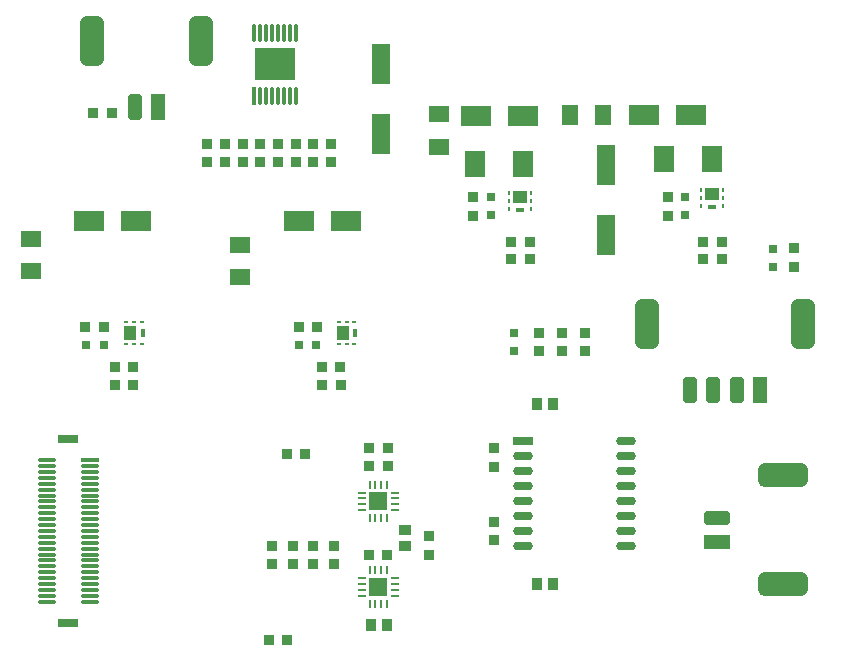
<source format=gtp>
G04*
G04 #@! TF.GenerationSoftware,Altium Limited,Altium Designer,18.1.6 (161)*
G04*
G04 Layer_Color=8421504*
%FSLAX25Y25*%
%MOIN*%
G70*
G01*
G75*
%ADD16R,0.09843X0.06693*%
%ADD17R,0.03347X0.03347*%
%ADD18R,0.03347X0.03347*%
%ADD19R,0.03937X0.03543*%
%ADD20R,0.02953X0.00984*%
%ADD21R,0.00984X0.02953*%
%ADD22R,0.06496X0.06496*%
%ADD23R,0.01378X0.05906*%
G04:AMPARAMS|DCode=24|XSize=13.78mil|YSize=59.06mil|CornerRadius=3.45mil|HoleSize=0mil|Usage=FLASHONLY|Rotation=180.000|XOffset=0mil|YOffset=0mil|HoleType=Round|Shape=RoundedRectangle|*
%AMROUNDEDRECTD24*
21,1,0.01378,0.05217,0,0,180.0*
21,1,0.00689,0.05906,0,0,180.0*
1,1,0.00689,-0.00345,0.02608*
1,1,0.00689,0.00345,0.02608*
1,1,0.00689,0.00345,-0.02608*
1,1,0.00689,-0.00345,-0.02608*
%
%ADD24ROUNDEDRECTD24*%
%ADD25R,0.13780X0.11024*%
%ADD26R,0.03150X0.03150*%
G04:AMPARAMS|DCode=27|XSize=78.74mil|YSize=165.35mil|CornerRadius=19.68mil|HoleSize=0mil|Usage=FLASHONLY|Rotation=90.000|XOffset=0mil|YOffset=0mil|HoleType=Round|Shape=RoundedRectangle|*
%AMROUNDEDRECTD27*
21,1,0.07874,0.12598,0,0,90.0*
21,1,0.03937,0.16535,0,0,90.0*
1,1,0.03937,0.06299,0.01968*
1,1,0.03937,0.06299,-0.01968*
1,1,0.03937,-0.06299,-0.01968*
1,1,0.03937,-0.06299,0.01968*
%
%ADD27ROUNDEDRECTD27*%
%ADD28R,0.08661X0.04724*%
G04:AMPARAMS|DCode=29|XSize=47.24mil|YSize=86.61mil|CornerRadius=11.81mil|HoleSize=0mil|Usage=FLASHONLY|Rotation=90.000|XOffset=0mil|YOffset=0mil|HoleType=Round|Shape=RoundedRectangle|*
%AMROUNDEDRECTD29*
21,1,0.04724,0.06299,0,0,90.0*
21,1,0.02362,0.08661,0,0,90.0*
1,1,0.02362,0.03150,0.01181*
1,1,0.02362,0.03150,-0.01181*
1,1,0.02362,-0.03150,-0.01181*
1,1,0.02362,-0.03150,0.01181*
%
%ADD29ROUNDEDRECTD29*%
%ADD30R,0.03543X0.03937*%
%ADD31R,0.07087X0.05512*%
%ADD32R,0.07087X0.03150*%
%ADD33R,0.06299X0.01181*%
%ADD34O,0.06299X0.01181*%
G04:AMPARAMS|DCode=35|XSize=78.74mil|YSize=165.35mil|CornerRadius=19.68mil|HoleSize=0mil|Usage=FLASHONLY|Rotation=180.000|XOffset=0mil|YOffset=0mil|HoleType=Round|Shape=RoundedRectangle|*
%AMROUNDEDRECTD35*
21,1,0.07874,0.12598,0,0,180.0*
21,1,0.03937,0.16535,0,0,180.0*
1,1,0.03937,-0.01968,0.06299*
1,1,0.03937,0.01968,0.06299*
1,1,0.03937,0.01968,-0.06299*
1,1,0.03937,-0.01968,-0.06299*
%
%ADD35ROUNDEDRECTD35*%
%ADD36R,0.04724X0.08661*%
G04:AMPARAMS|DCode=37|XSize=47.24mil|YSize=86.61mil|CornerRadius=11.81mil|HoleSize=0mil|Usage=FLASHONLY|Rotation=180.000|XOffset=0mil|YOffset=0mil|HoleType=Round|Shape=RoundedRectangle|*
%AMROUNDEDRECTD37*
21,1,0.04724,0.06299,0,0,180.0*
21,1,0.02362,0.08661,0,0,180.0*
1,1,0.02362,-0.01181,0.03150*
1,1,0.02362,0.01181,0.03150*
1,1,0.02362,0.01181,-0.03150*
1,1,0.02362,-0.01181,-0.03150*
%
%ADD37ROUNDEDRECTD37*%
%ADD38O,0.06693X0.02992*%
%ADD39R,0.06693X0.02992*%
%ADD40R,0.06102X0.13583*%
%ADD41R,0.05512X0.07087*%
%ADD42R,0.04724X0.03937*%
%ADD43R,0.00984X0.01575*%
%ADD44R,0.03110X0.01181*%
%ADD45R,0.03150X0.03150*%
%ADD46R,0.03937X0.04724*%
%ADD47R,0.01575X0.00984*%
%ADD48R,0.01181X0.03110*%
%ADD49R,0.07000X0.08500*%
D16*
X88583Y152559D02*
D03*
X104331D02*
D03*
X18701D02*
D03*
X34449D02*
D03*
X219488Y187992D02*
D03*
X203740D02*
D03*
X163386Y187598D02*
D03*
X147638D02*
D03*
D17*
X78543Y12795D02*
D03*
X84646D02*
D03*
X118209Y76772D02*
D03*
X112106D02*
D03*
X118209Y70866D02*
D03*
X112106D02*
D03*
X112008Y41339D02*
D03*
X118110D02*
D03*
X20138Y188682D02*
D03*
X26241D02*
D03*
X165551Y145669D02*
D03*
X159449D02*
D03*
Y139764D02*
D03*
X165551D02*
D03*
X229528Y145669D02*
D03*
X223425D02*
D03*
Y139764D02*
D03*
X229528D02*
D03*
X27362Y103858D02*
D03*
X33465D02*
D03*
Y97953D02*
D03*
X27362D02*
D03*
X102559D02*
D03*
X96457D02*
D03*
X96260Y103858D02*
D03*
X102362D02*
D03*
X94685Y117126D02*
D03*
X88583D02*
D03*
X23622D02*
D03*
X17520D02*
D03*
X84646Y74803D02*
D03*
X90748D02*
D03*
D18*
X131890Y41339D02*
D03*
Y47441D02*
D03*
X100394Y44291D02*
D03*
Y38189D02*
D03*
X93504D02*
D03*
Y44291D02*
D03*
X86614Y38189D02*
D03*
Y44291D02*
D03*
X79724D02*
D03*
Y38189D02*
D03*
X253544Y143459D02*
D03*
Y137357D02*
D03*
X153543Y52264D02*
D03*
Y46161D02*
D03*
Y76772D02*
D03*
Y70669D02*
D03*
X184055Y115157D02*
D03*
Y109055D02*
D03*
X176453D02*
D03*
Y115157D02*
D03*
X168850D02*
D03*
Y109055D02*
D03*
X146653Y160433D02*
D03*
Y154331D02*
D03*
X211614Y160433D02*
D03*
Y154331D02*
D03*
X99410Y178347D02*
D03*
Y172244D02*
D03*
X93504Y178347D02*
D03*
Y172244D02*
D03*
X87598D02*
D03*
Y178347D02*
D03*
X81693Y172244D02*
D03*
Y178347D02*
D03*
X75787Y172244D02*
D03*
Y178347D02*
D03*
X69882Y172244D02*
D03*
Y178347D02*
D03*
X63976D02*
D03*
Y172244D02*
D03*
X58071Y178347D02*
D03*
Y172244D02*
D03*
D19*
X124016Y49606D02*
D03*
Y44291D02*
D03*
D20*
X109547Y33465D02*
D03*
Y31496D02*
D03*
Y29528D02*
D03*
Y27559D02*
D03*
X120768D02*
D03*
Y29528D02*
D03*
Y31496D02*
D03*
Y33465D02*
D03*
X109547Y62008D02*
D03*
Y60039D02*
D03*
Y58071D02*
D03*
Y56102D02*
D03*
X120768D02*
D03*
Y58071D02*
D03*
Y60039D02*
D03*
Y62008D02*
D03*
D21*
X112205Y24902D02*
D03*
X114173D02*
D03*
X116142D02*
D03*
X118110D02*
D03*
Y36122D02*
D03*
X116142D02*
D03*
X114173D02*
D03*
X112205D02*
D03*
Y53445D02*
D03*
X114173D02*
D03*
X116142D02*
D03*
X118110D02*
D03*
Y64665D02*
D03*
X116142D02*
D03*
X114173D02*
D03*
X112205D02*
D03*
D22*
X115157Y30512D02*
D03*
Y59055D02*
D03*
D23*
X73819Y194095D02*
D03*
D24*
X75787D02*
D03*
X77756D02*
D03*
X79724D02*
D03*
X81693D02*
D03*
X83661D02*
D03*
X85630D02*
D03*
X87598D02*
D03*
X73819Y215354D02*
D03*
X75787D02*
D03*
X77756D02*
D03*
X79724D02*
D03*
X81693D02*
D03*
X83661D02*
D03*
X85630D02*
D03*
X87598D02*
D03*
D25*
X80709Y204724D02*
D03*
D26*
X246654Y143263D02*
D03*
Y137357D02*
D03*
X160433Y115157D02*
D03*
Y109252D02*
D03*
X152559Y160433D02*
D03*
Y154528D02*
D03*
X217520Y160433D02*
D03*
Y154528D02*
D03*
D27*
X250000Y67716D02*
D03*
Y31496D02*
D03*
D28*
X228031Y45669D02*
D03*
D29*
Y53543D02*
D03*
D30*
X173228Y91535D02*
D03*
X167913D02*
D03*
X173228Y31496D02*
D03*
X167913D02*
D03*
X118110Y17717D02*
D03*
X112795D02*
D03*
D31*
X68898Y133858D02*
D03*
Y144685D02*
D03*
X-695Y135857D02*
D03*
Y146684D02*
D03*
X135433Y188189D02*
D03*
Y177362D02*
D03*
D32*
X11811Y18504D02*
D03*
Y79921D02*
D03*
D33*
X18898Y72835D02*
D03*
D34*
Y70866D02*
D03*
Y68898D02*
D03*
Y66929D02*
D03*
Y64961D02*
D03*
Y62992D02*
D03*
Y61024D02*
D03*
Y59055D02*
D03*
Y57087D02*
D03*
Y55118D02*
D03*
Y53150D02*
D03*
Y51181D02*
D03*
Y49213D02*
D03*
Y47244D02*
D03*
Y45276D02*
D03*
Y43307D02*
D03*
Y41339D02*
D03*
Y39370D02*
D03*
Y37402D02*
D03*
Y35433D02*
D03*
Y33465D02*
D03*
Y31496D02*
D03*
Y29528D02*
D03*
Y27559D02*
D03*
Y25591D02*
D03*
X4724D02*
D03*
Y27559D02*
D03*
Y29528D02*
D03*
Y31496D02*
D03*
Y33465D02*
D03*
Y35433D02*
D03*
Y37402D02*
D03*
Y39370D02*
D03*
Y41339D02*
D03*
Y43307D02*
D03*
Y45276D02*
D03*
Y47244D02*
D03*
Y49213D02*
D03*
Y51181D02*
D03*
Y53150D02*
D03*
Y55118D02*
D03*
Y57087D02*
D03*
Y59055D02*
D03*
Y61024D02*
D03*
Y62992D02*
D03*
Y64961D02*
D03*
Y66929D02*
D03*
Y68898D02*
D03*
Y70866D02*
D03*
Y72835D02*
D03*
D35*
X19685Y212598D02*
D03*
X55905D02*
D03*
X256693Y118110D02*
D03*
X204724D02*
D03*
D36*
X41732Y190630D02*
D03*
X242520Y96142D02*
D03*
D37*
X33858Y190630D02*
D03*
X234646Y96142D02*
D03*
X226772D02*
D03*
X218898D02*
D03*
D38*
X197835Y44173D02*
D03*
Y49173D02*
D03*
Y54173D02*
D03*
Y59173D02*
D03*
Y64173D02*
D03*
Y69173D02*
D03*
Y74173D02*
D03*
Y79173D02*
D03*
X163386Y44173D02*
D03*
Y49173D02*
D03*
Y54173D02*
D03*
Y59173D02*
D03*
Y64173D02*
D03*
Y69173D02*
D03*
Y74173D02*
D03*
D39*
Y79173D02*
D03*
D40*
X116142Y204724D02*
D03*
Y181496D02*
D03*
X190945Y171260D02*
D03*
Y148031D02*
D03*
D41*
X189961Y187992D02*
D03*
X179134D02*
D03*
D42*
X226378Y161421D02*
D03*
X162402Y160433D02*
D03*
D43*
X230020Y162799D02*
D03*
Y160240D02*
D03*
Y157681D02*
D03*
X222736D02*
D03*
Y160240D02*
D03*
Y162799D02*
D03*
X166043Y161811D02*
D03*
Y159252D02*
D03*
Y156693D02*
D03*
X158760D02*
D03*
Y159252D02*
D03*
Y161811D02*
D03*
D44*
X226378Y157327D02*
D03*
X162402Y156339D02*
D03*
D45*
X94488Y111221D02*
D03*
X88583D02*
D03*
X23622D02*
D03*
X17717D02*
D03*
D46*
X103347Y115157D02*
D03*
X32480D02*
D03*
D47*
X101969Y118799D02*
D03*
X104527D02*
D03*
X107087D02*
D03*
Y111516D02*
D03*
X104527D02*
D03*
X101969D02*
D03*
X31102Y118799D02*
D03*
X33661D02*
D03*
X36220D02*
D03*
Y111516D02*
D03*
X33661D02*
D03*
X31102D02*
D03*
D48*
X107441Y115157D02*
D03*
X36575D02*
D03*
D49*
X210378Y173228D02*
D03*
X226378D02*
D03*
X147386Y171457D02*
D03*
X163386D02*
D03*
M02*

</source>
